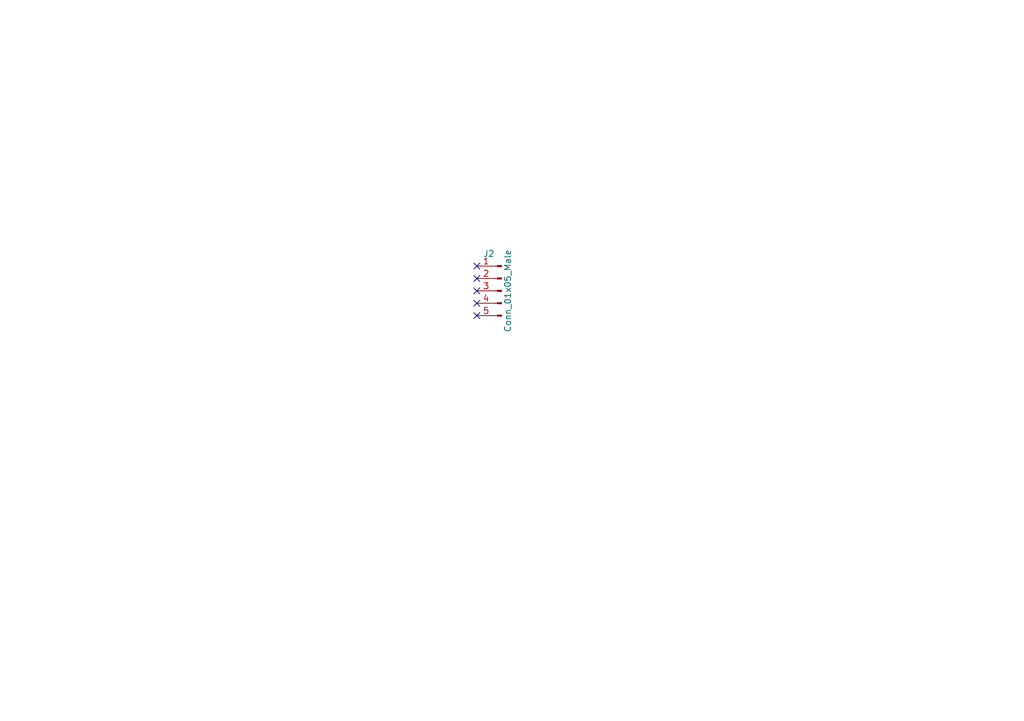
<source format=kicad_sch>
(kicad_sch (version 20250114) (generator "eeschema") (generator_version "9.0")
  (paper "A5")
  (lib_symbols
    (symbol "Connector:Conn_01x05_Male" (pin_names (offset 1.016) (hide yes))
      (property "Reference" "J" (at 0 7.62 0))
      (property "Value" "Conn_01x05_Male" (at 0 -7.62 0))
      (symbol "Conn_01x05_Male_1_1"
        (rectangle (start 0.8636 5.207) (end 0 4.953) (stroke (width 0.1524)) (fill (type outline)))
        (rectangle (start 0.8636 2.667) (end 0 2.413) (stroke (width 0.1524)) (fill (type outline)))
        (rectangle (start 0.8636 0.127) (end 0 -0.127) (stroke (width 0.1524)) (fill (type outline)))
        (rectangle (start 0.8636 -2.413) (end 0 -2.667) (stroke (width 0.1524)) (fill (type outline)))
        (rectangle (start 0.8636 -4.953) (end 0 -5.207) (stroke (width 0.1524)) (fill (type outline)))
        (polyline (pts (xy 1.27 5.08) (xy 0.8636 5.08)) (stroke (width 0.1524)))
        (polyline (pts (xy 1.27 2.54) (xy 0.8636 2.54)) (stroke (width 0.1524)))
        (polyline (pts (xy 1.27 0) (xy 0.8636 0)) (stroke (width 0.1524)))
        (polyline (pts (xy 1.27 -2.54) (xy 0.8636 -2.54)) (stroke (width 0.1524)))
        (polyline (pts (xy 1.27 -5.08) (xy 0.8636 -5.08)) (stroke (width 0.1524)))
        (pin passive line (at 5.08 5.08 180) (length 3.81) (name "Pin_1") (number "1"))
        (pin passive line (at 5.08 2.54 180) (length 3.81) (name "Pin_2") (number "2"))
        (pin passive line (at 5.08 0 180) (length 3.81) (name "Pin_3") (number "3"))
        (pin passive line (at 5.08 -2.54 180) (length 3.81) (name "Pin_4") (number "4"))
        (pin passive line (at 5.08 -5.08 180) (length 3.81) (name "Pin_5") (number "5"))
      )
    )
  )
  (no_connect (at 97.79 64.77))
  (no_connect (at 97.79 57.15))
  (no_connect (at 97.79 59.69))
  (no_connect (at 97.79 62.23))
  (no_connect (at 97.79 54.61))
  (symbol (lib_id "Connector:Conn_01x05_Male") (at 102.87 59.69 0) (mirror y) (unit 1)
    (property "Reference" "J2" (at 99.06 52.07 0) (effects (justify right)))
    (property "Value" "Conn_01x05_Male" (at 104.14 59.69 90))
    (property "Footprint" "Local:moew_adapter_standardized" (effects (hide yes)))
  )
)
</source>
